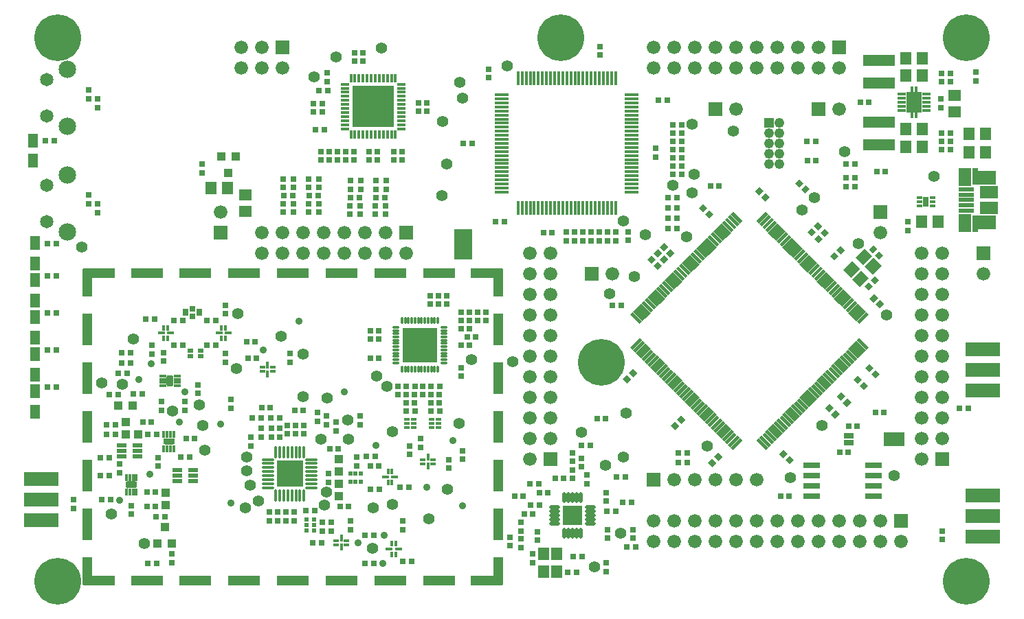
<source format=gts>
G04 (created by PCBNEW (2013-07-24 BZR 4024)-stable) date Thu Dec 12 22:01:32 2013*
%MOIN*%
G04 Gerber Fmt 3.4, Leading zero omitted, Abs format*
%FSLAX34Y34*%
G01*
G70*
G90*
G04 APERTURE LIST*
%ADD10C,0.00590551*%
%ADD11R,0.066X0.066*%
%ADD12C,0.066*%
%ADD13R,0.0769X0.0237*%
%ADD14R,0.0874X0.0621*%
%ADD15R,0.0631X0.0903*%
%ADD16R,0.031X0.0779*%
%ADD17R,0.1176X0.069*%
%ADD18C,0.0650551*%
%ADD19C,0.0611181*%
%ADD20C,0.0847402*%
%ADD21O,0.0166236X0.0410331*%
%ADD22O,0.0410331X0.0166236*%
%ADD23R,0.200661X0.200661*%
%ADD24O,0.0136457X0.038252*%
%ADD25O,0.038252X0.0136457*%
%ADD26R,0.17015X0.17015*%
%ADD27C,0.056*%
%ADD28R,0.042X0.042*%
%ADD29R,0.0532X0.0611*%
%ADD30R,0.0176X0.0651*%
%ADD31R,0.0651X0.0176*%
%ADD32R,0.081X0.031*%
%ADD33R,0.1517X0.0532*%
%ADD34R,0.0257X0.0217*%
%ADD35R,0.0257X0.0336*%
%ADD36R,0.0296X0.0257*%
%ADD37R,0.0277X0.0158*%
%ADD38R,0.028X0.03*%
%ADD39R,0.03X0.028*%
%ADD40R,0.0221X0.019*%
%ADD41R,0.019X0.0221*%
%ADD42R,0.048X0.048*%
%ADD43C,0.048*%
%ADD44R,0.0533X0.0647*%
%ADD45R,0.0647X0.0533*%
%ADD46R,0.045X0.024*%
%ADD47R,0.166X0.066*%
%ADD48R,0.0150551X0.0313937*%
%ADD49R,0.0380079X0.017811*%
%ADD50R,0.0313937X0.0150551*%
%ADD51R,0.017811X0.0380079*%
%ADD52R,0.0473701X0.0670551*%
%ADD53O,0.0166236X0.0587496*%
%ADD54R,0.13098X0.13098*%
%ADD55O,0.0587496X0.0166236*%
%ADD56O,0.0181984X0.0528441*%
%ADD57O,0.0528441X0.0181984*%
%ADD58R,0.0965307X0.0965307*%
%ADD59R,0.157575X0.0453701*%
%ADD60R,0.155606X0.0453701*%
%ADD61R,0.0453701X0.13789*%
%ADD62R,0.0453701X0.155606*%
%ADD63R,0.013874X0.0325748*%
%ADD64R,0.0571811X0.013874*%
%ADD65O,0.0532441X0.013874*%
%ADD66R,0.0532441X0.025685*%
%ADD67O,0.0493071X0.013874*%
%ADD68R,0.0119055X0.013874*%
%ADD69R,0.0325748X0.013874*%
%ADD70R,0.013874X0.0571811*%
%ADD71O,0.013874X0.0532441*%
%ADD72R,0.025685X0.0532441*%
%ADD73O,0.013874X0.0493071*%
%ADD74R,0.013874X0.0119055*%
%ADD75R,0.0394646X0.0170236*%
%ADD76R,0.0384803X0.0532441*%
%ADD77R,0.0170236X0.0611181*%
%ADD78C,0.0290315*%
%ADD79C,0.036*%
%ADD80C,0.226472*%
%ADD81C,0.029622*%
%ADD82R,0.0493071X0.029622*%
%ADD83R,0.100488X0.0650551*%
%ADD84R,0.0867087X0.149701*%
%ADD85R,0.029622X0.017811*%
%ADD86R,0.025685X0.0493071*%
G04 APERTURE END LIST*
G54D10*
G54D11*
X68122Y-61397D03*
G54D12*
X67122Y-61397D03*
X68122Y-60397D03*
X67122Y-60397D03*
X68122Y-59397D03*
X67122Y-59397D03*
X68122Y-58397D03*
X67122Y-58397D03*
X68122Y-57397D03*
X67122Y-57397D03*
X68122Y-56397D03*
X67122Y-56397D03*
X68122Y-55397D03*
X67122Y-55397D03*
X68122Y-54397D03*
X67122Y-54397D03*
X68122Y-53397D03*
X67122Y-53397D03*
X68122Y-52397D03*
X67122Y-52397D03*
X68122Y-51397D03*
X67122Y-51397D03*
G54D13*
X69262Y-49330D03*
X69262Y-49074D03*
X69262Y-48818D03*
X69262Y-48562D03*
X69262Y-48306D03*
G54D14*
X70387Y-49197D03*
X70387Y-48439D03*
G54D15*
X69203Y-49932D03*
X69203Y-47704D03*
G54D16*
X69716Y-49994D03*
X69716Y-47642D03*
G54D17*
X70149Y-49901D03*
X70149Y-47735D03*
G54D18*
X70374Y-49901D03*
X70374Y-47736D03*
G54D19*
X69204Y-49799D03*
X69204Y-47838D03*
G54D18*
X24685Y-48090D03*
X24685Y-49862D03*
G54D20*
X25665Y-50356D03*
X25665Y-47596D03*
G54D21*
X39427Y-45634D03*
X39624Y-45634D03*
X39821Y-45634D03*
X40017Y-45634D03*
X40214Y-45634D03*
X40411Y-45634D03*
X40608Y-45634D03*
X40805Y-45634D03*
X41002Y-45634D03*
X41198Y-45634D03*
X41395Y-45634D03*
X41592Y-45634D03*
G54D22*
X41868Y-45358D03*
X41868Y-45162D03*
X41868Y-44965D03*
X41868Y-44768D03*
X41868Y-44571D03*
X41868Y-44374D03*
X41868Y-44177D03*
X41868Y-43981D03*
X41868Y-43784D03*
X41868Y-43587D03*
X41868Y-43390D03*
X41868Y-43193D03*
G54D21*
X41592Y-42918D03*
X41395Y-42918D03*
X41198Y-42918D03*
X41002Y-42918D03*
X40805Y-42918D03*
X40608Y-42918D03*
X40411Y-42918D03*
X40214Y-42918D03*
X40017Y-42918D03*
X39821Y-42918D03*
X39624Y-42918D03*
X39427Y-42918D03*
G54D22*
X39151Y-43193D03*
X39151Y-43390D03*
X39151Y-43587D03*
X39151Y-43784D03*
X39151Y-43981D03*
X39151Y-44177D03*
X39151Y-44374D03*
X39151Y-44571D03*
X39151Y-44768D03*
X39151Y-44965D03*
X39151Y-45162D03*
X39151Y-45358D03*
G54D23*
X40510Y-44276D03*
G54D24*
X41908Y-57046D03*
X42066Y-57046D03*
X42223Y-57046D03*
X42381Y-57046D03*
X42538Y-57046D03*
X42696Y-57046D03*
X42853Y-57046D03*
X43011Y-57046D03*
X43168Y-57046D03*
X43326Y-57046D03*
X43483Y-57046D03*
X43641Y-57046D03*
G54D25*
X43956Y-56731D03*
X43956Y-56573D03*
X43956Y-56416D03*
X43956Y-56258D03*
X43956Y-56101D03*
X43956Y-55943D03*
X43956Y-55786D03*
X43956Y-55628D03*
X43956Y-55471D03*
X43956Y-55313D03*
X43956Y-55156D03*
X43956Y-54998D03*
G54D24*
X43641Y-54683D03*
X43483Y-54683D03*
X43326Y-54683D03*
X43168Y-54683D03*
X43011Y-54683D03*
X42853Y-54683D03*
X42696Y-54683D03*
X42538Y-54683D03*
X42381Y-54683D03*
X42223Y-54683D03*
X42066Y-54683D03*
X41908Y-54683D03*
G54D25*
X41593Y-54998D03*
X41593Y-55156D03*
X41593Y-55313D03*
X41593Y-55471D03*
X41593Y-55628D03*
X41593Y-55786D03*
X41593Y-55943D03*
X41593Y-56101D03*
X41593Y-56258D03*
X41593Y-56416D03*
X41593Y-56573D03*
X41593Y-56731D03*
G54D26*
X42775Y-55865D03*
G54D27*
X52500Y-65000D03*
G54D28*
X30750Y-65514D03*
X30050Y-65514D03*
X30400Y-64714D03*
X28144Y-58804D03*
X28844Y-58804D03*
X28494Y-59604D03*
G54D10*
G36*
X64120Y-53039D02*
X63744Y-52662D01*
X64176Y-52230D01*
X64552Y-52607D01*
X64120Y-53039D01*
X64120Y-53039D01*
G37*
G36*
X64287Y-51981D02*
X63911Y-51605D01*
X64343Y-51173D01*
X64719Y-51549D01*
X64287Y-51981D01*
X64287Y-51981D01*
G37*
G36*
X64732Y-52426D02*
X64356Y-52050D01*
X64788Y-51618D01*
X65165Y-51994D01*
X64732Y-52426D01*
X64732Y-52426D01*
G37*
G36*
X63675Y-52593D02*
X63298Y-52217D01*
X63730Y-51785D01*
X64107Y-52161D01*
X63675Y-52593D01*
X63675Y-52593D01*
G37*
G54D29*
X49399Y-66877D03*
X48769Y-66011D03*
X49399Y-66011D03*
X48769Y-66877D03*
G54D30*
X52262Y-42920D03*
X52065Y-42920D03*
X51869Y-42920D03*
X51672Y-42920D03*
X51475Y-42920D03*
X51278Y-42920D03*
X51081Y-42920D03*
X50884Y-42920D03*
X50687Y-42920D03*
X50491Y-42920D03*
X50294Y-42920D03*
X50097Y-42920D03*
X49900Y-42920D03*
X49703Y-42920D03*
X49506Y-42920D03*
X49309Y-42920D03*
X49113Y-42920D03*
X48916Y-42920D03*
X48719Y-42920D03*
X48522Y-42920D03*
X48325Y-42920D03*
X48128Y-42920D03*
X47931Y-42920D03*
X47735Y-42920D03*
X47538Y-42920D03*
G54D31*
X46750Y-43708D03*
X46750Y-43905D03*
X46750Y-44101D03*
X46750Y-44298D03*
X46750Y-44495D03*
X46750Y-44692D03*
X46750Y-44889D03*
X46750Y-45086D03*
X46750Y-45283D03*
X46750Y-45479D03*
X46750Y-45676D03*
X46750Y-45873D03*
X46750Y-46070D03*
X46750Y-46267D03*
X46750Y-46464D03*
X46750Y-46661D03*
X46750Y-46857D03*
X46750Y-47054D03*
X46750Y-47251D03*
X46750Y-47448D03*
X46750Y-47645D03*
X46750Y-47842D03*
X46750Y-48039D03*
X46750Y-48235D03*
X46750Y-48432D03*
G54D30*
X47538Y-49220D03*
X47735Y-49220D03*
X47931Y-49220D03*
X48128Y-49220D03*
X48325Y-49220D03*
X48522Y-49220D03*
X48719Y-49220D03*
X48916Y-49220D03*
X49113Y-49220D03*
X49309Y-49220D03*
X49506Y-49220D03*
X49703Y-49220D03*
X49900Y-49220D03*
X50097Y-49220D03*
X50294Y-49220D03*
X50491Y-49220D03*
X50687Y-49220D03*
X50884Y-49220D03*
X51081Y-49220D03*
X51278Y-49220D03*
X51475Y-49220D03*
X51672Y-49220D03*
X51869Y-49220D03*
X52065Y-49220D03*
X52262Y-49220D03*
G54D31*
X53050Y-48432D03*
X53050Y-48235D03*
X53050Y-48039D03*
X53050Y-47842D03*
X53050Y-47645D03*
X53050Y-47448D03*
X53050Y-47251D03*
X53050Y-47054D03*
X53050Y-46857D03*
X53050Y-46661D03*
X53050Y-46464D03*
X53050Y-46267D03*
X53050Y-46070D03*
X53050Y-45873D03*
X53050Y-45676D03*
X53050Y-45479D03*
X53050Y-45283D03*
X53050Y-45086D03*
X53050Y-44889D03*
X53050Y-44692D03*
X53050Y-44495D03*
X53050Y-44298D03*
X53050Y-44101D03*
X53050Y-43905D03*
X53050Y-43708D03*
G54D32*
X64790Y-63210D03*
X64790Y-62710D03*
X64790Y-62210D03*
X64790Y-61710D03*
X61790Y-61710D03*
X61790Y-62210D03*
X61790Y-62710D03*
X61790Y-63210D03*
G54D33*
X65044Y-42024D03*
X65044Y-43126D03*
X65044Y-45024D03*
X65044Y-46126D03*
G54D10*
G36*
X64425Y-54256D02*
X64549Y-54380D01*
X64089Y-54840D01*
X63965Y-54716D01*
X64425Y-54256D01*
X64425Y-54256D01*
G37*
G36*
X64286Y-54116D02*
X64410Y-54241D01*
X63950Y-54701D01*
X63825Y-54577D01*
X64286Y-54116D01*
X64286Y-54116D01*
G37*
G36*
X64146Y-53977D02*
X64271Y-54101D01*
X63810Y-54562D01*
X63686Y-54437D01*
X64146Y-53977D01*
X64146Y-53977D01*
G37*
G36*
X64007Y-53838D02*
X64131Y-53962D01*
X63671Y-54422D01*
X63547Y-54298D01*
X64007Y-53838D01*
X64007Y-53838D01*
G37*
G36*
X63868Y-53698D02*
X63992Y-53823D01*
X63532Y-54283D01*
X63407Y-54159D01*
X63868Y-53698D01*
X63868Y-53698D01*
G37*
G36*
X63729Y-53560D02*
X63854Y-53684D01*
X63393Y-54145D01*
X63269Y-54020D01*
X63729Y-53560D01*
X63729Y-53560D01*
G37*
G36*
X63590Y-53420D02*
X63714Y-53545D01*
X63254Y-54005D01*
X63129Y-53881D01*
X63590Y-53420D01*
X63590Y-53420D01*
G37*
G36*
X63450Y-53281D02*
X63575Y-53406D01*
X63115Y-53866D01*
X62990Y-53741D01*
X63450Y-53281D01*
X63450Y-53281D01*
G37*
G36*
X63311Y-53142D02*
X63436Y-53266D01*
X62975Y-53727D01*
X62851Y-53602D01*
X63311Y-53142D01*
X63311Y-53142D01*
G37*
G36*
X63172Y-53003D02*
X63296Y-53127D01*
X62836Y-53587D01*
X62712Y-53463D01*
X63172Y-53003D01*
X63172Y-53003D01*
G37*
G36*
X63033Y-52863D02*
X63157Y-52988D01*
X62697Y-53448D01*
X62572Y-53324D01*
X63033Y-52863D01*
X63033Y-52863D01*
G37*
G36*
X62894Y-52725D02*
X63018Y-52849D01*
X62558Y-53309D01*
X62434Y-53185D01*
X62894Y-52725D01*
X62894Y-52725D01*
G37*
G36*
X62755Y-52585D02*
X62879Y-52710D01*
X62419Y-53170D01*
X62294Y-53046D01*
X62755Y-52585D01*
X62755Y-52585D01*
G37*
G36*
X62615Y-52446D02*
X62740Y-52570D01*
X62280Y-53031D01*
X62155Y-52906D01*
X62615Y-52446D01*
X62615Y-52446D01*
G37*
G36*
X62476Y-52307D02*
X62601Y-52431D01*
X62140Y-52892D01*
X62016Y-52767D01*
X62476Y-52307D01*
X62476Y-52307D01*
G37*
G36*
X62337Y-52167D02*
X62461Y-52292D01*
X62001Y-52752D01*
X61876Y-52628D01*
X62337Y-52167D01*
X62337Y-52167D01*
G37*
G36*
X62197Y-52028D02*
X62322Y-52153D01*
X61862Y-52613D01*
X61737Y-52488D01*
X62197Y-52028D01*
X62197Y-52028D01*
G37*
G36*
X62058Y-51889D02*
X62183Y-52013D01*
X61722Y-52474D01*
X61598Y-52349D01*
X62058Y-51889D01*
X62058Y-51889D01*
G37*
G36*
X61920Y-51750D02*
X62044Y-51875D01*
X61584Y-52335D01*
X61459Y-52211D01*
X61920Y-51750D01*
X61920Y-51750D01*
G37*
G36*
X61780Y-51611D02*
X61905Y-51735D01*
X61444Y-52196D01*
X61320Y-52071D01*
X61780Y-51611D01*
X61780Y-51611D01*
G37*
G36*
X61641Y-51472D02*
X61765Y-51596D01*
X61305Y-52056D01*
X61181Y-51932D01*
X61641Y-51472D01*
X61641Y-51472D01*
G37*
G36*
X61502Y-51332D02*
X61626Y-51457D01*
X61166Y-51917D01*
X61041Y-51793D01*
X61502Y-51332D01*
X61502Y-51332D01*
G37*
G36*
X61362Y-51193D02*
X61487Y-51317D01*
X61027Y-51778D01*
X60902Y-51653D01*
X61362Y-51193D01*
X61362Y-51193D01*
G37*
G36*
X61223Y-51054D02*
X61348Y-51178D01*
X60887Y-51639D01*
X60763Y-51514D01*
X61223Y-51054D01*
X61223Y-51054D01*
G37*
G36*
X61084Y-50914D02*
X61208Y-51039D01*
X60748Y-51499D01*
X60623Y-51375D01*
X61084Y-50914D01*
X61084Y-50914D01*
G37*
G36*
X60945Y-50776D02*
X61070Y-50900D01*
X60609Y-51361D01*
X60485Y-51236D01*
X60945Y-50776D01*
X60945Y-50776D01*
G37*
G36*
X60806Y-50637D02*
X60930Y-50761D01*
X60470Y-51221D01*
X60346Y-51097D01*
X60806Y-50637D01*
X60806Y-50637D01*
G37*
G36*
X60667Y-50497D02*
X60791Y-50622D01*
X60331Y-51082D01*
X60206Y-50958D01*
X60667Y-50497D01*
X60667Y-50497D01*
G37*
G36*
X60527Y-50358D02*
X60652Y-50482D01*
X60191Y-50943D01*
X60067Y-50818D01*
X60527Y-50358D01*
X60527Y-50358D01*
G37*
G36*
X60388Y-50219D02*
X60512Y-50343D01*
X60052Y-50803D01*
X59928Y-50679D01*
X60388Y-50219D01*
X60388Y-50219D01*
G37*
G36*
X60249Y-50079D02*
X60373Y-50204D01*
X59913Y-50664D01*
X59788Y-50540D01*
X60249Y-50079D01*
X60249Y-50079D01*
G37*
G36*
X60110Y-49941D02*
X60235Y-50065D01*
X59774Y-50526D01*
X59650Y-50401D01*
X60110Y-49941D01*
X60110Y-49941D01*
G37*
G36*
X59971Y-49801D02*
X60095Y-49926D01*
X59635Y-50386D01*
X59510Y-50262D01*
X59971Y-49801D01*
X59971Y-49801D01*
G37*
G36*
X59832Y-49662D02*
X59956Y-49787D01*
X59496Y-50247D01*
X59371Y-50122D01*
X59832Y-49662D01*
X59832Y-49662D01*
G37*
G36*
X59692Y-49523D02*
X59817Y-49647D01*
X59356Y-50108D01*
X59232Y-49983D01*
X59692Y-49523D01*
X59692Y-49523D01*
G37*
G36*
X59553Y-49384D02*
X59677Y-49508D01*
X59217Y-49968D01*
X59093Y-49844D01*
X59553Y-49384D01*
X59553Y-49384D01*
G37*
G36*
X57840Y-49508D02*
X57964Y-49384D01*
X58424Y-49844D01*
X58300Y-49968D01*
X57840Y-49508D01*
X57840Y-49508D01*
G37*
G36*
X57700Y-49647D02*
X57825Y-49523D01*
X58285Y-49983D01*
X58161Y-50108D01*
X57700Y-49647D01*
X57700Y-49647D01*
G37*
G36*
X57561Y-49787D02*
X57685Y-49662D01*
X58146Y-50122D01*
X58021Y-50247D01*
X57561Y-49787D01*
X57561Y-49787D01*
G37*
G36*
X57422Y-49926D02*
X57546Y-49801D01*
X58006Y-50262D01*
X57882Y-50386D01*
X57422Y-49926D01*
X57422Y-49926D01*
G37*
G36*
X57282Y-50065D02*
X57407Y-49941D01*
X57867Y-50401D01*
X57743Y-50526D01*
X57282Y-50065D01*
X57282Y-50065D01*
G37*
G36*
X57144Y-50204D02*
X57268Y-50079D01*
X57729Y-50540D01*
X57604Y-50664D01*
X57144Y-50204D01*
X57144Y-50204D01*
G37*
G36*
X57004Y-50343D02*
X57129Y-50219D01*
X57589Y-50679D01*
X57465Y-50803D01*
X57004Y-50343D01*
X57004Y-50343D01*
G37*
G36*
X56865Y-50482D02*
X56990Y-50358D01*
X57450Y-50818D01*
X57326Y-50943D01*
X56865Y-50482D01*
X56865Y-50482D01*
G37*
G36*
X56726Y-50622D02*
X56850Y-50497D01*
X57311Y-50958D01*
X57186Y-51082D01*
X56726Y-50622D01*
X56726Y-50622D01*
G37*
G36*
X56587Y-50761D02*
X56711Y-50637D01*
X57171Y-51097D01*
X57047Y-51221D01*
X56587Y-50761D01*
X56587Y-50761D01*
G37*
G36*
X56447Y-50900D02*
X56572Y-50776D01*
X57032Y-51236D01*
X56908Y-51361D01*
X56447Y-50900D01*
X56447Y-50900D01*
G37*
G36*
X56309Y-51039D02*
X56433Y-50914D01*
X56893Y-51375D01*
X56769Y-51499D01*
X56309Y-51039D01*
X56309Y-51039D01*
G37*
G36*
X56169Y-51178D02*
X56294Y-51054D01*
X56754Y-51514D01*
X56630Y-51639D01*
X56169Y-51178D01*
X56169Y-51178D01*
G37*
G36*
X56030Y-51317D02*
X56155Y-51193D01*
X56615Y-51653D01*
X56490Y-51778D01*
X56030Y-51317D01*
X56030Y-51317D01*
G37*
G36*
X55891Y-51457D02*
X56015Y-51332D01*
X56476Y-51793D01*
X56351Y-51917D01*
X55891Y-51457D01*
X55891Y-51457D01*
G37*
G36*
X55752Y-51596D02*
X55876Y-51472D01*
X56336Y-51932D01*
X56212Y-52056D01*
X55752Y-51596D01*
X55752Y-51596D01*
G37*
G36*
X55612Y-51735D02*
X55737Y-51611D01*
X56197Y-52071D01*
X56073Y-52196D01*
X55612Y-51735D01*
X55612Y-51735D01*
G37*
G36*
X55473Y-51875D02*
X55597Y-51750D01*
X56058Y-52211D01*
X55933Y-52335D01*
X55473Y-51875D01*
X55473Y-51875D01*
G37*
G36*
X55334Y-52013D02*
X55459Y-51889D01*
X55919Y-52349D01*
X55795Y-52474D01*
X55334Y-52013D01*
X55334Y-52013D01*
G37*
G36*
X55195Y-52153D02*
X55319Y-52028D01*
X55780Y-52488D01*
X55655Y-52613D01*
X55195Y-52153D01*
X55195Y-52153D01*
G37*
G36*
X55056Y-52292D02*
X55180Y-52167D01*
X55640Y-52628D01*
X55516Y-52752D01*
X55056Y-52292D01*
X55056Y-52292D01*
G37*
G36*
X54916Y-52431D02*
X55041Y-52307D01*
X55501Y-52767D01*
X55377Y-52892D01*
X54916Y-52431D01*
X54916Y-52431D01*
G37*
G36*
X54777Y-52570D02*
X54902Y-52446D01*
X55362Y-52906D01*
X55237Y-53031D01*
X54777Y-52570D01*
X54777Y-52570D01*
G37*
G36*
X54638Y-52710D02*
X54762Y-52585D01*
X55223Y-53046D01*
X55098Y-53170D01*
X54638Y-52710D01*
X54638Y-52710D01*
G37*
G36*
X54499Y-52849D02*
X54623Y-52725D01*
X55083Y-53185D01*
X54959Y-53309D01*
X54499Y-52849D01*
X54499Y-52849D01*
G37*
G36*
X54360Y-52988D02*
X54484Y-52863D01*
X54945Y-53324D01*
X54820Y-53448D01*
X54360Y-52988D01*
X54360Y-52988D01*
G37*
G36*
X54221Y-53127D02*
X54345Y-53003D01*
X54805Y-53463D01*
X54681Y-53587D01*
X54221Y-53127D01*
X54221Y-53127D01*
G37*
G36*
X54081Y-53266D02*
X54206Y-53142D01*
X54666Y-53602D01*
X54542Y-53727D01*
X54081Y-53266D01*
X54081Y-53266D01*
G37*
G36*
X53942Y-53406D02*
X54066Y-53281D01*
X54527Y-53741D01*
X54402Y-53866D01*
X53942Y-53406D01*
X53942Y-53406D01*
G37*
G36*
X53803Y-53545D02*
X53927Y-53420D01*
X54387Y-53881D01*
X54263Y-54005D01*
X53803Y-53545D01*
X53803Y-53545D01*
G37*
G36*
X53663Y-53684D02*
X53788Y-53560D01*
X54248Y-54020D01*
X54124Y-54145D01*
X53663Y-53684D01*
X53663Y-53684D01*
G37*
G36*
X53525Y-53823D02*
X53649Y-53698D01*
X54110Y-54159D01*
X53985Y-54283D01*
X53525Y-53823D01*
X53525Y-53823D01*
G37*
G36*
X53386Y-53962D02*
X53510Y-53838D01*
X53970Y-54298D01*
X53846Y-54422D01*
X53386Y-53962D01*
X53386Y-53962D01*
G37*
G36*
X53246Y-54101D02*
X53371Y-53977D01*
X53831Y-54437D01*
X53707Y-54562D01*
X53246Y-54101D01*
X53246Y-54101D01*
G37*
G36*
X53107Y-54241D02*
X53231Y-54116D01*
X53692Y-54577D01*
X53567Y-54701D01*
X53107Y-54241D01*
X53107Y-54241D01*
G37*
G36*
X52968Y-54380D02*
X53092Y-54256D01*
X53552Y-54716D01*
X53428Y-54840D01*
X52968Y-54380D01*
X52968Y-54380D01*
G37*
G36*
X53428Y-55509D02*
X53552Y-55633D01*
X53092Y-56093D01*
X52968Y-55969D01*
X53428Y-55509D01*
X53428Y-55509D01*
G37*
G36*
X53567Y-55648D02*
X53692Y-55772D01*
X53231Y-56233D01*
X53107Y-56108D01*
X53567Y-55648D01*
X53567Y-55648D01*
G37*
G36*
X53707Y-55787D02*
X53831Y-55912D01*
X53371Y-56372D01*
X53246Y-56247D01*
X53707Y-55787D01*
X53707Y-55787D01*
G37*
G36*
X53846Y-55926D02*
X53970Y-56051D01*
X53510Y-56511D01*
X53386Y-56387D01*
X53846Y-55926D01*
X53846Y-55926D01*
G37*
G36*
X53985Y-56066D02*
X54110Y-56190D01*
X53649Y-56650D01*
X53525Y-56526D01*
X53985Y-56066D01*
X53985Y-56066D01*
G37*
G36*
X54124Y-56204D02*
X54248Y-56329D01*
X53788Y-56789D01*
X53663Y-56665D01*
X54124Y-56204D01*
X54124Y-56204D01*
G37*
G36*
X54263Y-56344D02*
X54387Y-56468D01*
X53927Y-56928D01*
X53803Y-56804D01*
X54263Y-56344D01*
X54263Y-56344D01*
G37*
G36*
X54402Y-56483D02*
X54527Y-56607D01*
X54066Y-57068D01*
X53942Y-56943D01*
X54402Y-56483D01*
X54402Y-56483D01*
G37*
G36*
X54542Y-56622D02*
X54666Y-56747D01*
X54206Y-57207D01*
X54081Y-57083D01*
X54542Y-56622D01*
X54542Y-56622D01*
G37*
G36*
X54681Y-56762D02*
X54805Y-56886D01*
X54345Y-57346D01*
X54221Y-57222D01*
X54681Y-56762D01*
X54681Y-56762D01*
G37*
G36*
X54820Y-56901D02*
X54945Y-57025D01*
X54484Y-57486D01*
X54360Y-57361D01*
X54820Y-56901D01*
X54820Y-56901D01*
G37*
G36*
X54959Y-57039D02*
X55083Y-57164D01*
X54623Y-57624D01*
X54499Y-57500D01*
X54959Y-57039D01*
X54959Y-57039D01*
G37*
G36*
X55098Y-57179D02*
X55223Y-57303D01*
X54762Y-57763D01*
X54638Y-57639D01*
X55098Y-57179D01*
X55098Y-57179D01*
G37*
G36*
X55237Y-57318D02*
X55362Y-57442D01*
X54902Y-57903D01*
X54777Y-57778D01*
X55237Y-57318D01*
X55237Y-57318D01*
G37*
G36*
X55377Y-57457D02*
X55501Y-57582D01*
X55041Y-58042D01*
X54916Y-57918D01*
X55377Y-57457D01*
X55377Y-57457D01*
G37*
G36*
X55516Y-57597D02*
X55640Y-57721D01*
X55180Y-58181D01*
X55056Y-58057D01*
X55516Y-57597D01*
X55516Y-57597D01*
G37*
G36*
X55655Y-57736D02*
X55780Y-57860D01*
X55319Y-58321D01*
X55195Y-58196D01*
X55655Y-57736D01*
X55655Y-57736D01*
G37*
G36*
X55795Y-57875D02*
X55919Y-58000D01*
X55459Y-58460D01*
X55334Y-58336D01*
X55795Y-57875D01*
X55795Y-57875D01*
G37*
G36*
X55933Y-58014D02*
X56058Y-58138D01*
X55597Y-58599D01*
X55473Y-58474D01*
X55933Y-58014D01*
X55933Y-58014D01*
G37*
G36*
X56073Y-58153D02*
X56197Y-58278D01*
X55737Y-58738D01*
X55612Y-58613D01*
X56073Y-58153D01*
X56073Y-58153D01*
G37*
G36*
X56212Y-58292D02*
X56336Y-58417D01*
X55876Y-58877D01*
X55752Y-58753D01*
X56212Y-58292D01*
X56212Y-58292D01*
G37*
G36*
X56351Y-58432D02*
X56476Y-58556D01*
X56015Y-59016D01*
X55891Y-58892D01*
X56351Y-58432D01*
X56351Y-58432D01*
G37*
G36*
X56490Y-58571D02*
X56615Y-58695D01*
X56155Y-59156D01*
X56030Y-59031D01*
X56490Y-58571D01*
X56490Y-58571D01*
G37*
G36*
X56630Y-58710D02*
X56754Y-58835D01*
X56294Y-59295D01*
X56169Y-59171D01*
X56630Y-58710D01*
X56630Y-58710D01*
G37*
G36*
X56769Y-58850D02*
X56893Y-58974D01*
X56433Y-59434D01*
X56309Y-59310D01*
X56769Y-58850D01*
X56769Y-58850D01*
G37*
G36*
X56908Y-58988D02*
X57032Y-59113D01*
X56572Y-59573D01*
X56447Y-59449D01*
X56908Y-58988D01*
X56908Y-58988D01*
G37*
G36*
X57047Y-59127D02*
X57171Y-59252D01*
X56711Y-59712D01*
X56587Y-59588D01*
X57047Y-59127D01*
X57047Y-59127D01*
G37*
G36*
X57186Y-59267D02*
X57311Y-59391D01*
X56850Y-59852D01*
X56726Y-59727D01*
X57186Y-59267D01*
X57186Y-59267D01*
G37*
G36*
X57326Y-59406D02*
X57450Y-59531D01*
X56990Y-59991D01*
X56865Y-59866D01*
X57326Y-59406D01*
X57326Y-59406D01*
G37*
G36*
X57465Y-59545D02*
X57589Y-59670D01*
X57129Y-60130D01*
X57004Y-60006D01*
X57465Y-59545D01*
X57465Y-59545D01*
G37*
G36*
X57604Y-59685D02*
X57729Y-59809D01*
X57268Y-60269D01*
X57144Y-60145D01*
X57604Y-59685D01*
X57604Y-59685D01*
G37*
G36*
X57743Y-59823D02*
X57867Y-59948D01*
X57407Y-60408D01*
X57282Y-60284D01*
X57743Y-59823D01*
X57743Y-59823D01*
G37*
G36*
X57882Y-59963D02*
X58006Y-60087D01*
X57546Y-60547D01*
X57422Y-60423D01*
X57882Y-59963D01*
X57882Y-59963D01*
G37*
G36*
X58021Y-60102D02*
X58146Y-60226D01*
X57685Y-60687D01*
X57561Y-60562D01*
X58021Y-60102D01*
X58021Y-60102D01*
G37*
G36*
X58161Y-60241D02*
X58285Y-60366D01*
X57825Y-60826D01*
X57700Y-60702D01*
X58161Y-60241D01*
X58161Y-60241D01*
G37*
G36*
X58300Y-60380D02*
X58424Y-60505D01*
X57964Y-60965D01*
X57840Y-60841D01*
X58300Y-60380D01*
X58300Y-60380D01*
G37*
G36*
X59093Y-60505D02*
X59217Y-60380D01*
X59677Y-60841D01*
X59553Y-60965D01*
X59093Y-60505D01*
X59093Y-60505D01*
G37*
G36*
X59232Y-60366D02*
X59356Y-60241D01*
X59817Y-60702D01*
X59692Y-60826D01*
X59232Y-60366D01*
X59232Y-60366D01*
G37*
G36*
X59371Y-60226D02*
X59496Y-60102D01*
X59956Y-60562D01*
X59832Y-60687D01*
X59371Y-60226D01*
X59371Y-60226D01*
G37*
G36*
X59510Y-60087D02*
X59635Y-59963D01*
X60095Y-60423D01*
X59971Y-60547D01*
X59510Y-60087D01*
X59510Y-60087D01*
G37*
G36*
X59650Y-59948D02*
X59774Y-59823D01*
X60235Y-60284D01*
X60110Y-60408D01*
X59650Y-59948D01*
X59650Y-59948D01*
G37*
G36*
X59788Y-59809D02*
X59913Y-59685D01*
X60373Y-60145D01*
X60249Y-60269D01*
X59788Y-59809D01*
X59788Y-59809D01*
G37*
G36*
X59928Y-59670D02*
X60052Y-59545D01*
X60512Y-60006D01*
X60388Y-60130D01*
X59928Y-59670D01*
X59928Y-59670D01*
G37*
G36*
X60067Y-59531D02*
X60191Y-59406D01*
X60652Y-59866D01*
X60527Y-59991D01*
X60067Y-59531D01*
X60067Y-59531D01*
G37*
G36*
X60206Y-59391D02*
X60331Y-59267D01*
X60791Y-59727D01*
X60667Y-59852D01*
X60206Y-59391D01*
X60206Y-59391D01*
G37*
G36*
X60346Y-59252D02*
X60470Y-59127D01*
X60930Y-59588D01*
X60806Y-59712D01*
X60346Y-59252D01*
X60346Y-59252D01*
G37*
G36*
X60485Y-59113D02*
X60609Y-58988D01*
X61070Y-59449D01*
X60945Y-59573D01*
X60485Y-59113D01*
X60485Y-59113D01*
G37*
G36*
X60623Y-58974D02*
X60748Y-58850D01*
X61208Y-59310D01*
X61084Y-59434D01*
X60623Y-58974D01*
X60623Y-58974D01*
G37*
G36*
X60763Y-58835D02*
X60887Y-58710D01*
X61348Y-59171D01*
X61223Y-59295D01*
X60763Y-58835D01*
X60763Y-58835D01*
G37*
G36*
X60902Y-58695D02*
X61027Y-58571D01*
X61487Y-59031D01*
X61362Y-59156D01*
X60902Y-58695D01*
X60902Y-58695D01*
G37*
G36*
X61041Y-58556D02*
X61166Y-58432D01*
X61626Y-58892D01*
X61502Y-59016D01*
X61041Y-58556D01*
X61041Y-58556D01*
G37*
G36*
X61181Y-58417D02*
X61305Y-58292D01*
X61765Y-58753D01*
X61641Y-58877D01*
X61181Y-58417D01*
X61181Y-58417D01*
G37*
G36*
X61320Y-58278D02*
X61444Y-58153D01*
X61905Y-58613D01*
X61780Y-58738D01*
X61320Y-58278D01*
X61320Y-58278D01*
G37*
G36*
X61459Y-58138D02*
X61584Y-58014D01*
X62044Y-58474D01*
X61920Y-58599D01*
X61459Y-58138D01*
X61459Y-58138D01*
G37*
G36*
X61598Y-58000D02*
X61722Y-57875D01*
X62183Y-58336D01*
X62058Y-58460D01*
X61598Y-58000D01*
X61598Y-58000D01*
G37*
G36*
X61737Y-57860D02*
X61862Y-57736D01*
X62322Y-58196D01*
X62197Y-58321D01*
X61737Y-57860D01*
X61737Y-57860D01*
G37*
G36*
X61876Y-57721D02*
X62001Y-57597D01*
X62461Y-58057D01*
X62337Y-58181D01*
X61876Y-57721D01*
X61876Y-57721D01*
G37*
G36*
X62016Y-57582D02*
X62140Y-57457D01*
X62601Y-57918D01*
X62476Y-58042D01*
X62016Y-57582D01*
X62016Y-57582D01*
G37*
G36*
X62155Y-57442D02*
X62280Y-57318D01*
X62740Y-57778D01*
X62615Y-57903D01*
X62155Y-57442D01*
X62155Y-57442D01*
G37*
G36*
X62294Y-57303D02*
X62419Y-57179D01*
X62879Y-57639D01*
X62755Y-57763D01*
X62294Y-57303D01*
X62294Y-57303D01*
G37*
G36*
X62434Y-57164D02*
X62558Y-57039D01*
X63018Y-57500D01*
X62894Y-57624D01*
X62434Y-57164D01*
X62434Y-57164D01*
G37*
G36*
X62572Y-57025D02*
X62697Y-56901D01*
X63157Y-57361D01*
X63033Y-57486D01*
X62572Y-57025D01*
X62572Y-57025D01*
G37*
G36*
X62712Y-56886D02*
X62836Y-56762D01*
X63296Y-57222D01*
X63172Y-57346D01*
X62712Y-56886D01*
X62712Y-56886D01*
G37*
G36*
X62851Y-56747D02*
X62975Y-56622D01*
X63436Y-57083D01*
X63311Y-57207D01*
X62851Y-56747D01*
X62851Y-56747D01*
G37*
G36*
X62990Y-56607D02*
X63115Y-56483D01*
X63575Y-56943D01*
X63450Y-57068D01*
X62990Y-56607D01*
X62990Y-56607D01*
G37*
G36*
X63129Y-56468D02*
X63254Y-56344D01*
X63714Y-56804D01*
X63590Y-56928D01*
X63129Y-56468D01*
X63129Y-56468D01*
G37*
G36*
X63269Y-56329D02*
X63393Y-56204D01*
X63854Y-56665D01*
X63729Y-56789D01*
X63269Y-56329D01*
X63269Y-56329D01*
G37*
G36*
X63407Y-56190D02*
X63532Y-56066D01*
X63992Y-56526D01*
X63868Y-56650D01*
X63407Y-56190D01*
X63407Y-56190D01*
G37*
G36*
X63547Y-56051D02*
X63671Y-55926D01*
X64131Y-56387D01*
X64007Y-56511D01*
X63547Y-56051D01*
X63547Y-56051D01*
G37*
G36*
X63686Y-55912D02*
X63810Y-55787D01*
X64271Y-56247D01*
X64146Y-56372D01*
X63686Y-55912D01*
X63686Y-55912D01*
G37*
G36*
X63825Y-55772D02*
X63950Y-55648D01*
X64410Y-56108D01*
X64286Y-56233D01*
X63825Y-55772D01*
X63825Y-55772D01*
G37*
G36*
X63965Y-55633D02*
X64089Y-55509D01*
X64549Y-55969D01*
X64425Y-56093D01*
X63965Y-55633D01*
X63965Y-55633D01*
G37*
G54D34*
X31655Y-56419D03*
X32147Y-56419D03*
X32147Y-56143D03*
X31655Y-56143D03*
G54D35*
X32086Y-54281D03*
X31416Y-54281D03*
G54D36*
X31751Y-54458D03*
X31751Y-54104D03*
G54D11*
X54122Y-62397D03*
G54D12*
X55122Y-62397D03*
X56122Y-62397D03*
X57122Y-62397D03*
X58122Y-62397D03*
X59122Y-62397D03*
G54D37*
X42492Y-59862D03*
X42492Y-59665D03*
X42492Y-59468D03*
X42158Y-59468D03*
X42158Y-59665D03*
X42158Y-59862D03*
X43692Y-59862D03*
X43692Y-59665D03*
X43692Y-59468D03*
X43358Y-59468D03*
X43358Y-59665D03*
X43358Y-59862D03*
G54D28*
X38854Y-61411D03*
X38854Y-62011D03*
X29094Y-60204D03*
X28494Y-60204D03*
X38854Y-63211D03*
X38854Y-62611D03*
X30444Y-63054D03*
X30444Y-63654D03*
G54D38*
X55232Y-49697D03*
X54812Y-49697D03*
X68084Y-45575D03*
X68504Y-45575D03*
X68084Y-45975D03*
X68504Y-45975D03*
X64862Y-59147D03*
X65282Y-59147D03*
G54D39*
X26722Y-43907D03*
X26722Y-43487D03*
G54D38*
X63442Y-47077D03*
X63862Y-47077D03*
G54D39*
X69744Y-42615D03*
X69744Y-43035D03*
G54D38*
X64554Y-44075D03*
X64134Y-44075D03*
G54D39*
X38254Y-59301D03*
X38254Y-59721D03*
G54D38*
X68084Y-43075D03*
X68504Y-43075D03*
G54D39*
X37880Y-48216D03*
X37880Y-47796D03*
G54D38*
X40360Y-61730D03*
X40780Y-61730D03*
G54D39*
X38704Y-59601D03*
X38704Y-60021D03*
X39414Y-64411D03*
X39414Y-64831D03*
G54D38*
X40120Y-66460D03*
X40540Y-66460D03*
G54D39*
X35064Y-60321D03*
X35064Y-59901D03*
G54D38*
X35104Y-58911D03*
X35524Y-58911D03*
G54D39*
X35964Y-59901D03*
X35964Y-60321D03*
X37154Y-60181D03*
X37154Y-59761D03*
G54D10*
G36*
X54415Y-51703D02*
X54627Y-51491D01*
X54825Y-51689D01*
X54613Y-51901D01*
X54415Y-51703D01*
X54415Y-51703D01*
G37*
G36*
X54118Y-51406D02*
X54330Y-51194D01*
X54528Y-51392D01*
X54316Y-51604D01*
X54118Y-51406D01*
X54118Y-51406D01*
G37*
G36*
X54715Y-51403D02*
X54927Y-51191D01*
X55125Y-51389D01*
X54913Y-51601D01*
X54715Y-51403D01*
X54715Y-51403D01*
G37*
G36*
X54418Y-51106D02*
X54630Y-50894D01*
X54828Y-51092D01*
X54616Y-51304D01*
X54418Y-51106D01*
X54418Y-51106D01*
G37*
G54D39*
X36150Y-48216D03*
X36150Y-47796D03*
X36650Y-48216D03*
X36650Y-47796D03*
X37380Y-48216D03*
X37380Y-47796D03*
G54D38*
X57282Y-48147D03*
X56862Y-48147D03*
X65352Y-47437D03*
X64932Y-47437D03*
X28884Y-58254D03*
X29304Y-58254D03*
G54D39*
X37880Y-49416D03*
X37880Y-48996D03*
X37380Y-49416D03*
X37380Y-48996D03*
X36650Y-49416D03*
X36650Y-48996D03*
X36150Y-49416D03*
X36150Y-48996D03*
X39375Y-49511D03*
X39375Y-49091D03*
X39875Y-49511D03*
X39875Y-49091D03*
X40605Y-49511D03*
X40605Y-49091D03*
X41105Y-49511D03*
X41105Y-49091D03*
G54D38*
X29590Y-66464D03*
X30010Y-66464D03*
X45585Y-54665D03*
X45165Y-54665D03*
X45585Y-54265D03*
X45165Y-54265D03*
X53032Y-63507D03*
X52612Y-63507D03*
X52742Y-62277D03*
X52322Y-62277D03*
X32861Y-54681D03*
X32441Y-54681D03*
G54D39*
X30351Y-56221D03*
X30351Y-56641D03*
G54D38*
X34780Y-55720D03*
X34360Y-55720D03*
X40120Y-65110D03*
X40540Y-65110D03*
X37994Y-65461D03*
X37574Y-65461D03*
G54D39*
X39870Y-59310D03*
X39870Y-59730D03*
X36488Y-56698D03*
X36488Y-56278D03*
G54D38*
X38474Y-64461D03*
X38054Y-64461D03*
X30841Y-54681D03*
X31261Y-54681D03*
X31261Y-55881D03*
X30841Y-55881D03*
X38474Y-64911D03*
X38054Y-64911D03*
X29481Y-54611D03*
X29901Y-54611D03*
G54D39*
X33351Y-53921D03*
X33351Y-54341D03*
X29761Y-55871D03*
X29761Y-56291D03*
X51884Y-64834D03*
X51884Y-65254D03*
G54D38*
X50224Y-66144D03*
X50644Y-66144D03*
G54D39*
X49872Y-50387D03*
X49872Y-50807D03*
X50272Y-50387D03*
X50272Y-50807D03*
G54D38*
X34848Y-56488D03*
X34428Y-56488D03*
G54D39*
X35464Y-64401D03*
X35464Y-63981D03*
X36664Y-64401D03*
X36664Y-63981D03*
X36264Y-64401D03*
X36264Y-63981D03*
X36354Y-59761D03*
X36354Y-60181D03*
X36754Y-59761D03*
X36754Y-60181D03*
G54D38*
X41949Y-66368D03*
X42369Y-66368D03*
G54D39*
X44850Y-61410D03*
X44850Y-60990D03*
X33622Y-58517D03*
X33622Y-58937D03*
X50672Y-50387D03*
X50672Y-50807D03*
X33351Y-56271D03*
X33351Y-56691D03*
X34564Y-60771D03*
X34564Y-60351D03*
G54D38*
X34654Y-59411D03*
X35074Y-59411D03*
G54D39*
X35564Y-59901D03*
X35564Y-60321D03*
G54D38*
X35974Y-59411D03*
X35554Y-59411D03*
G54D39*
X41929Y-64418D03*
X41929Y-64838D03*
G54D38*
X32861Y-55881D03*
X32441Y-55881D03*
X54812Y-48697D03*
X55232Y-48697D03*
X25032Y-45947D03*
X24612Y-45947D03*
X25132Y-57897D03*
X24712Y-57897D03*
X25132Y-56097D03*
X24712Y-56097D03*
X25132Y-54297D03*
X24712Y-54297D03*
G54D10*
G36*
X62407Y-50606D02*
X62195Y-50394D01*
X62393Y-50196D01*
X62605Y-50409D01*
X62407Y-50606D01*
X62407Y-50606D01*
G37*
G36*
X62110Y-50903D02*
X61898Y-50691D01*
X62096Y-50493D01*
X62308Y-50705D01*
X62110Y-50903D01*
X62110Y-50903D01*
G37*
G54D38*
X54812Y-49197D03*
X55232Y-49197D03*
X25132Y-50947D03*
X24712Y-50947D03*
X61542Y-45987D03*
X61962Y-45987D03*
G54D10*
G36*
X61389Y-47990D02*
X61177Y-48202D01*
X60979Y-48004D01*
X61191Y-47792D01*
X61389Y-47990D01*
X61389Y-47990D01*
G37*
G36*
X61686Y-48287D02*
X61474Y-48499D01*
X61276Y-48301D01*
X61488Y-48089D01*
X61686Y-48287D01*
X61686Y-48287D01*
G37*
G54D38*
X61982Y-46917D03*
X61562Y-46917D03*
X55312Y-61567D03*
X55732Y-61567D03*
X55040Y-47170D03*
X55460Y-47170D03*
G54D39*
X51090Y-50380D03*
X51090Y-50800D03*
G54D38*
X55312Y-61097D03*
X55732Y-61097D03*
G54D39*
X51490Y-50380D03*
X51490Y-50800D03*
X51890Y-50380D03*
X51890Y-50800D03*
X52290Y-50380D03*
X52290Y-50800D03*
X52892Y-50367D03*
X52892Y-50787D03*
G54D38*
X55040Y-47570D03*
X55460Y-47570D03*
X68084Y-42675D03*
X68504Y-42675D03*
X55040Y-46770D03*
X55460Y-46770D03*
X55040Y-46370D03*
X55460Y-46370D03*
X55040Y-45970D03*
X55460Y-45970D03*
X55040Y-45570D03*
X55460Y-45570D03*
X55040Y-45170D03*
X55460Y-45170D03*
X47832Y-64057D03*
X48252Y-64057D03*
X41065Y-48701D03*
X40645Y-48701D03*
G54D39*
X43325Y-58675D03*
X43325Y-58255D03*
X44075Y-53455D03*
X44075Y-53875D03*
X41130Y-47886D03*
X41130Y-48306D03*
X40630Y-47886D03*
X40630Y-48306D03*
X39900Y-47886D03*
X39900Y-48306D03*
X39400Y-47886D03*
X39400Y-48306D03*
X43725Y-58675D03*
X43725Y-58255D03*
X44775Y-54675D03*
X44775Y-54255D03*
X48484Y-65354D03*
X48484Y-64934D03*
X45975Y-54675D03*
X45975Y-54255D03*
G54D38*
X48142Y-63627D03*
X48562Y-63627D03*
X47372Y-63207D03*
X47792Y-63207D03*
G54D39*
X50884Y-62184D03*
X50884Y-62604D03*
X51822Y-63027D03*
X51822Y-63447D03*
X42525Y-58675D03*
X42525Y-58255D03*
G54D38*
X49332Y-62327D03*
X49752Y-62327D03*
X43120Y-44511D03*
X42700Y-44511D03*
X43120Y-44111D03*
X42700Y-44111D03*
X68084Y-46375D03*
X68504Y-46375D03*
G54D10*
G36*
X59444Y-48379D02*
X59232Y-48591D01*
X59034Y-48393D01*
X59246Y-48181D01*
X59444Y-48379D01*
X59444Y-48379D01*
G37*
G36*
X59741Y-48676D02*
X59529Y-48888D01*
X59331Y-48690D01*
X59543Y-48478D01*
X59741Y-48676D01*
X59741Y-48676D01*
G37*
G36*
X56722Y-49192D02*
X56510Y-49404D01*
X56312Y-49206D01*
X56524Y-48994D01*
X56722Y-49192D01*
X56722Y-49192D01*
G37*
G36*
X57019Y-49489D02*
X56807Y-49701D01*
X56609Y-49503D01*
X56821Y-49291D01*
X57019Y-49489D01*
X57019Y-49489D01*
G37*
G36*
X54212Y-51703D02*
X54000Y-51915D01*
X53802Y-51717D01*
X54014Y-51505D01*
X54212Y-51703D01*
X54212Y-51703D01*
G37*
G36*
X54509Y-52000D02*
X54297Y-52212D01*
X54099Y-52014D01*
X54311Y-51802D01*
X54509Y-52000D01*
X54509Y-52000D01*
G37*
G54D38*
X52112Y-53937D03*
X52532Y-53937D03*
G54D10*
G36*
X52796Y-57311D02*
X53008Y-57523D01*
X52810Y-57721D01*
X52598Y-57509D01*
X52796Y-57311D01*
X52796Y-57311D01*
G37*
G36*
X53093Y-57014D02*
X53305Y-57226D01*
X53107Y-57424D01*
X52895Y-57212D01*
X53093Y-57014D01*
X53093Y-57014D01*
G37*
G36*
X55131Y-59580D02*
X55343Y-59792D01*
X55145Y-59990D01*
X54933Y-59778D01*
X55131Y-59580D01*
X55131Y-59580D01*
G37*
G36*
X55428Y-59283D02*
X55640Y-59495D01*
X55442Y-59693D01*
X55230Y-59481D01*
X55428Y-59283D01*
X55428Y-59283D01*
G37*
G36*
X56934Y-61383D02*
X57146Y-61595D01*
X56948Y-61793D01*
X56736Y-61581D01*
X56934Y-61383D01*
X56934Y-61383D01*
G37*
G36*
X57231Y-61086D02*
X57443Y-61298D01*
X57245Y-61496D01*
X57033Y-61284D01*
X57231Y-61086D01*
X57231Y-61086D01*
G37*
G36*
X60498Y-61454D02*
X60710Y-61241D01*
X60908Y-61439D01*
X60696Y-61652D01*
X60498Y-61454D01*
X60498Y-61454D01*
G37*
G36*
X60201Y-61157D02*
X60413Y-60944D01*
X60611Y-61142D01*
X60399Y-61355D01*
X60201Y-61157D01*
X60201Y-61157D01*
G37*
G36*
X62725Y-59226D02*
X62937Y-59014D01*
X63135Y-59212D01*
X62923Y-59424D01*
X62725Y-59226D01*
X62725Y-59226D01*
G37*
G36*
X62428Y-58929D02*
X62640Y-58717D01*
X62838Y-58915D01*
X62626Y-59127D01*
X62428Y-58929D01*
X62428Y-58929D01*
G37*
G36*
X63291Y-58660D02*
X63503Y-58448D01*
X63701Y-58646D01*
X63489Y-58858D01*
X63291Y-58660D01*
X63291Y-58660D01*
G37*
G36*
X62994Y-58363D02*
X63206Y-58151D01*
X63404Y-58349D01*
X63192Y-58561D01*
X62994Y-58363D01*
X62994Y-58363D01*
G37*
G36*
X64104Y-57847D02*
X64316Y-57635D01*
X64514Y-57833D01*
X64302Y-58045D01*
X64104Y-57847D01*
X64104Y-57847D01*
G37*
G36*
X63807Y-57550D02*
X64019Y-57338D01*
X64217Y-57536D01*
X64005Y-57748D01*
X63807Y-57550D01*
X63807Y-57550D01*
G37*
G54D39*
X44775Y-57375D03*
X44775Y-56955D03*
X39560Y-46886D03*
X39560Y-46466D03*
X39160Y-46886D03*
X39160Y-46466D03*
X40710Y-46886D03*
X40710Y-46466D03*
X40310Y-46886D03*
X40310Y-46466D03*
X41510Y-46886D03*
X41510Y-46466D03*
X41910Y-46886D03*
X41910Y-46466D03*
X40010Y-41666D03*
X40010Y-42086D03*
X39610Y-41666D03*
X39610Y-42086D03*
G54D38*
X37875Y-43501D03*
X38295Y-43501D03*
G54D39*
X38285Y-42641D03*
X38285Y-43061D03*
G54D38*
X37625Y-44551D03*
X38045Y-44551D03*
X37625Y-44151D03*
X38045Y-44151D03*
X37725Y-45401D03*
X38145Y-45401D03*
G54D39*
X41725Y-58275D03*
X41725Y-57855D03*
X42925Y-58275D03*
X42925Y-57855D03*
G54D10*
G36*
X64670Y-57282D02*
X64882Y-57069D01*
X65080Y-57267D01*
X64868Y-57480D01*
X64670Y-57282D01*
X64670Y-57282D01*
G37*
G36*
X64373Y-56985D02*
X64585Y-56772D01*
X64783Y-56970D01*
X64571Y-57183D01*
X64373Y-56985D01*
X64373Y-56985D01*
G37*
G54D38*
X45185Y-55865D03*
X44765Y-55865D03*
X45485Y-55465D03*
X45065Y-55465D03*
X45185Y-55065D03*
X44765Y-55065D03*
G54D39*
X43275Y-53455D03*
X43275Y-53875D03*
X43675Y-53455D03*
X43675Y-53875D03*
G54D38*
X40365Y-55165D03*
X40785Y-55165D03*
X40365Y-55565D03*
X40785Y-55565D03*
X40365Y-56515D03*
X40785Y-56515D03*
X36610Y-48606D03*
X36190Y-48606D03*
X37840Y-48606D03*
X37420Y-48606D03*
G54D39*
X37960Y-46886D03*
X37960Y-46466D03*
X38360Y-46886D03*
X38360Y-46466D03*
X42125Y-58675D03*
X42125Y-58255D03*
X38760Y-46886D03*
X38760Y-46466D03*
G54D38*
X39835Y-48701D03*
X39415Y-48701D03*
X27584Y-60204D03*
X28004Y-60204D03*
G54D39*
X47669Y-64893D03*
X47669Y-64473D03*
G54D38*
X27704Y-61354D03*
X27284Y-61354D03*
X27704Y-62204D03*
X27284Y-62204D03*
X27349Y-63385D03*
X27769Y-63385D03*
G54D39*
X28774Y-64084D03*
X28774Y-63664D03*
G54D38*
X29954Y-63004D03*
X29534Y-63004D03*
G54D39*
X30064Y-61334D03*
X30064Y-61754D03*
G54D38*
X29754Y-59604D03*
X29334Y-59604D03*
X31604Y-61304D03*
X31184Y-61304D03*
G54D39*
X28194Y-61644D03*
X28194Y-62064D03*
X30250Y-58620D03*
X30250Y-59040D03*
X42280Y-60760D03*
X42280Y-61180D03*
G54D38*
X31854Y-60404D03*
X31434Y-60404D03*
X40390Y-62860D03*
X40810Y-62860D03*
X27722Y-58267D03*
X28142Y-58267D03*
X41814Y-62769D03*
X42234Y-62769D03*
X30004Y-60204D03*
X29584Y-60204D03*
G54D39*
X39704Y-61721D03*
X39704Y-61301D03*
X42810Y-60420D03*
X42810Y-60840D03*
X44160Y-61430D03*
X44160Y-61850D03*
X47669Y-65693D03*
X47669Y-65273D03*
G54D38*
X40600Y-61280D03*
X40180Y-61280D03*
G54D39*
X31370Y-58620D03*
X31370Y-59040D03*
G54D38*
X28140Y-57250D03*
X28560Y-57250D03*
X38394Y-60911D03*
X38814Y-60911D03*
X39314Y-63711D03*
X38894Y-63711D03*
X28731Y-56721D03*
X28311Y-56721D03*
G54D39*
X32010Y-57800D03*
X32010Y-58220D03*
G54D38*
X28731Y-56231D03*
X28311Y-56231D03*
X36694Y-59021D03*
X37114Y-59021D03*
G54D10*
G36*
X64847Y-51519D02*
X65059Y-51307D01*
X65257Y-51505D01*
X65045Y-51717D01*
X64847Y-51519D01*
X64847Y-51519D01*
G37*
G36*
X64550Y-51222D02*
X64762Y-51010D01*
X64960Y-51208D01*
X64748Y-51420D01*
X64550Y-51222D01*
X64550Y-51222D01*
G37*
G36*
X64882Y-53887D02*
X65094Y-53675D01*
X65292Y-53873D01*
X65080Y-54085D01*
X64882Y-53887D01*
X64882Y-53887D01*
G37*
G36*
X64585Y-53590D02*
X64797Y-53378D01*
X64995Y-53576D01*
X64783Y-53788D01*
X64585Y-53590D01*
X64585Y-53590D01*
G37*
G36*
X62089Y-50288D02*
X61877Y-50076D01*
X62075Y-49878D01*
X62287Y-50090D01*
X62089Y-50288D01*
X62089Y-50288D01*
G37*
G36*
X61792Y-50585D02*
X61580Y-50373D01*
X61778Y-50175D01*
X61990Y-50387D01*
X61792Y-50585D01*
X61792Y-50585D01*
G37*
G36*
X63185Y-51455D02*
X62973Y-51243D01*
X63171Y-51045D01*
X63383Y-51257D01*
X63185Y-51455D01*
X63185Y-51455D01*
G37*
G36*
X62888Y-51752D02*
X62676Y-51540D01*
X62874Y-51342D01*
X63086Y-51554D01*
X62888Y-51752D01*
X62888Y-51752D01*
G37*
G54D38*
X60270Y-63220D03*
X60690Y-63220D03*
G54D39*
X68044Y-44335D03*
X68044Y-43915D03*
X54200Y-46730D03*
X54200Y-46310D03*
G54D38*
X54772Y-43977D03*
X54352Y-43977D03*
G54D39*
X51500Y-41360D03*
X51500Y-41780D03*
X46100Y-42460D03*
X46100Y-42880D03*
G54D38*
X49192Y-50397D03*
X48772Y-50397D03*
X44890Y-46070D03*
X45310Y-46070D03*
X46442Y-49877D03*
X46862Y-49877D03*
X48122Y-62597D03*
X48542Y-62597D03*
G54D10*
G36*
X64847Y-52905D02*
X64635Y-52692D01*
X64833Y-52494D01*
X65045Y-52707D01*
X64847Y-52905D01*
X64847Y-52905D01*
G37*
G36*
X64550Y-53202D02*
X64338Y-52989D01*
X64536Y-52791D01*
X64748Y-53004D01*
X64550Y-53202D01*
X64550Y-53202D01*
G37*
G54D39*
X37804Y-59151D03*
X37804Y-59571D03*
G54D38*
X29534Y-63704D03*
X29954Y-63704D03*
G54D39*
X30750Y-66424D03*
X30750Y-66004D03*
G54D38*
X30404Y-64204D03*
X29984Y-64204D03*
X28004Y-59754D03*
X27584Y-59754D03*
G54D39*
X25984Y-63372D03*
X25984Y-63792D03*
X35864Y-64401D03*
X35864Y-63981D03*
G54D38*
X37674Y-63911D03*
X37254Y-63911D03*
G54D39*
X38354Y-62521D03*
X38354Y-62101D03*
G54D38*
X42535Y-59065D03*
X42115Y-59065D03*
X42535Y-57865D03*
X42115Y-57865D03*
X43735Y-59065D03*
X43315Y-59065D03*
X43735Y-57865D03*
X43315Y-57865D03*
G54D39*
X66442Y-50297D03*
X66442Y-49877D03*
X26722Y-48587D03*
X26722Y-49007D03*
G54D38*
X63136Y-61062D03*
X63556Y-61062D03*
X63989Y-59803D03*
X63569Y-59803D03*
G54D39*
X51802Y-66857D03*
X51802Y-66437D03*
G54D40*
X39914Y-62116D03*
X39654Y-62116D03*
X39394Y-62116D03*
X39394Y-62506D03*
X39654Y-62506D03*
X39914Y-62506D03*
G54D41*
X37659Y-64871D03*
X37659Y-64611D03*
X37659Y-64351D03*
X37269Y-64351D03*
X37269Y-64611D03*
X37269Y-64871D03*
G54D27*
X55722Y-50597D03*
X45272Y-56577D03*
X51250Y-66630D03*
X52642Y-61317D03*
X52762Y-59187D03*
X38250Y-63020D03*
G54D42*
X59709Y-45065D03*
G54D43*
X60209Y-45065D03*
X59709Y-45565D03*
X60209Y-45565D03*
X59709Y-46065D03*
X60209Y-46065D03*
X59709Y-46565D03*
X60209Y-46565D03*
X59709Y-47065D03*
X60209Y-47065D03*
G54D44*
X66344Y-42775D03*
X67144Y-42775D03*
X66344Y-41925D03*
X67144Y-41925D03*
X67144Y-46225D03*
X66344Y-46225D03*
X67144Y-45375D03*
X66344Y-45375D03*
X32640Y-48240D03*
X33440Y-48240D03*
G54D45*
X34312Y-48557D03*
X34312Y-49357D03*
G54D27*
X38712Y-41857D03*
X53722Y-50497D03*
X61912Y-48707D03*
X61310Y-49290D03*
G54D45*
X68694Y-44525D03*
X68694Y-43725D03*
G54D44*
X67095Y-49873D03*
X67895Y-49873D03*
G54D46*
X31789Y-62464D03*
X31789Y-62204D03*
X31789Y-61944D03*
X30999Y-61944D03*
X30999Y-62204D03*
X30999Y-62464D03*
X28299Y-60744D03*
X28299Y-61004D03*
X28299Y-61264D03*
X29089Y-61264D03*
X29089Y-61004D03*
X29089Y-60744D03*
G54D38*
X51842Y-63947D03*
X52262Y-63947D03*
G54D28*
X33132Y-46717D03*
X33832Y-46717D03*
X33482Y-47517D03*
G54D47*
X70066Y-57086D03*
X70066Y-58086D03*
X70066Y-56086D03*
X24422Y-63385D03*
X24422Y-62385D03*
X24422Y-64385D03*
X70066Y-64173D03*
X70066Y-65173D03*
X70066Y-63173D03*
G54D48*
X41607Y-65515D03*
G54D49*
X41291Y-65768D03*
G54D48*
X41411Y-66021D03*
X41607Y-66021D03*
G54D49*
X41726Y-65768D03*
G54D48*
X41411Y-65515D03*
G54D50*
X38711Y-65363D03*
G54D51*
X38964Y-65678D03*
G54D50*
X39218Y-65559D03*
X39218Y-65363D03*
G54D51*
X38964Y-65244D03*
G54D50*
X38711Y-65559D03*
G54D48*
X41226Y-62522D03*
G54D49*
X41541Y-62269D03*
G54D48*
X41422Y-62015D03*
X41226Y-62015D03*
G54D49*
X41106Y-62269D03*
G54D48*
X41422Y-62522D03*
G54D50*
X42907Y-61427D03*
G54D51*
X43160Y-61743D03*
G54D50*
X43414Y-61623D03*
X43414Y-61427D03*
G54D51*
X43160Y-61308D03*
G54D50*
X42907Y-61623D03*
X35134Y-56940D03*
G54D51*
X35388Y-57256D03*
G54D50*
X35641Y-57136D03*
X35641Y-56940D03*
G54D51*
X35388Y-56821D03*
G54D50*
X35134Y-57136D03*
G54D48*
X33349Y-55027D03*
G54D49*
X33034Y-55281D03*
G54D48*
X33153Y-55534D03*
X33349Y-55534D03*
G54D49*
X33469Y-55281D03*
G54D48*
X33153Y-55027D03*
X30353Y-55534D03*
G54D49*
X30669Y-55281D03*
G54D48*
X30549Y-55027D03*
X30353Y-55027D03*
G54D49*
X30234Y-55281D03*
G54D48*
X30549Y-55534D03*
G54D11*
X63122Y-41397D03*
G54D12*
X63122Y-42397D03*
X62122Y-41397D03*
X62122Y-42397D03*
X61122Y-41397D03*
X61122Y-42397D03*
X60122Y-41397D03*
X60122Y-42397D03*
X59122Y-41397D03*
X59122Y-42397D03*
X58122Y-41397D03*
X58122Y-42397D03*
X57122Y-41397D03*
X57122Y-42397D03*
X56122Y-41397D03*
X56122Y-42397D03*
X55122Y-41397D03*
X55122Y-42397D03*
X54122Y-41397D03*
X54122Y-42397D03*
G54D52*
X24015Y-46909D03*
X24015Y-45925D03*
X24122Y-51889D03*
X24122Y-50905D03*
X24122Y-55489D03*
X24122Y-54505D03*
X24122Y-57289D03*
X24122Y-56305D03*
X24122Y-59089D03*
X24122Y-58105D03*
X24122Y-53689D03*
X24122Y-52705D03*
G54D38*
X25132Y-52497D03*
X24712Y-52497D03*
G54D53*
X37153Y-61058D03*
X36956Y-61058D03*
X36760Y-61058D03*
X36563Y-61058D03*
X36366Y-61058D03*
X36169Y-61058D03*
X35972Y-61058D03*
X35775Y-61058D03*
G54D54*
X36464Y-62111D03*
G54D55*
X35411Y-61422D03*
X35411Y-61619D03*
X35411Y-61816D03*
X35411Y-62013D03*
X35411Y-62210D03*
X35411Y-62406D03*
X35411Y-62603D03*
X35411Y-62800D03*
G54D53*
X35775Y-63164D03*
X35972Y-63164D03*
X36169Y-63164D03*
X36366Y-63164D03*
X36563Y-63164D03*
X36760Y-63164D03*
X36956Y-63164D03*
X37153Y-63164D03*
G54D55*
X37517Y-62800D03*
X37517Y-62603D03*
X37517Y-62406D03*
X37517Y-62210D03*
X37517Y-62013D03*
X37517Y-61816D03*
X37517Y-61619D03*
X37517Y-61422D03*
G54D56*
X49791Y-65010D03*
X49987Y-65010D03*
X50184Y-65010D03*
X50381Y-65010D03*
X50578Y-65010D03*
G54D57*
X51050Y-64537D03*
X51050Y-64340D03*
X51050Y-64144D03*
X51050Y-63947D03*
X51050Y-63750D03*
G54D56*
X50578Y-63277D03*
X50381Y-63277D03*
X50184Y-63277D03*
X49987Y-63277D03*
X49791Y-63277D03*
G54D57*
X49318Y-63750D03*
X49318Y-63947D03*
X49318Y-64144D03*
X49318Y-64340D03*
X49318Y-64537D03*
G54D58*
X50184Y-64144D03*
G54D11*
X33122Y-50397D03*
G54D12*
X33122Y-49397D03*
G54D11*
X57122Y-44397D03*
G54D12*
X58122Y-44397D03*
G54D11*
X62122Y-44397D03*
G54D12*
X63122Y-44397D03*
G54D59*
X27214Y-67303D03*
G54D60*
X29527Y-67303D03*
X31889Y-67303D03*
X34251Y-67303D03*
X36614Y-67303D03*
X38976Y-67303D03*
X41338Y-67303D03*
X43700Y-67303D03*
G54D59*
X46013Y-67303D03*
G54D61*
X46574Y-66840D03*
G54D62*
X46574Y-64566D03*
X46574Y-62204D03*
X46574Y-59842D03*
X46574Y-57480D03*
X46574Y-55118D03*
G54D61*
X46574Y-52844D03*
G54D59*
X46013Y-52381D03*
G54D60*
X43700Y-52381D03*
X41338Y-52381D03*
X38976Y-52381D03*
X36614Y-52381D03*
X34251Y-52381D03*
X31889Y-52381D03*
X29527Y-52381D03*
G54D59*
X27214Y-52381D03*
G54D61*
X26653Y-52844D03*
G54D62*
X26653Y-55118D03*
X26653Y-57480D03*
X26653Y-59842D03*
X26653Y-62204D03*
X26653Y-64566D03*
G54D61*
X26653Y-66840D03*
G54D63*
X28548Y-62994D03*
X28705Y-62994D03*
X28863Y-62994D03*
X29020Y-62994D03*
X29020Y-62295D03*
X28863Y-62295D03*
X28705Y-62295D03*
X28548Y-62295D03*
G54D64*
X28784Y-62644D03*
G54D65*
X28784Y-62546D03*
G54D66*
X28784Y-62644D03*
G54D67*
X28804Y-62743D03*
G54D10*
G36*
X28587Y-62825D02*
X28505Y-62743D01*
X28595Y-62653D01*
X28677Y-62735D01*
X28587Y-62825D01*
X28587Y-62825D01*
G37*
G54D68*
X28617Y-62743D03*
G54D63*
X30830Y-60205D03*
X30673Y-60205D03*
X30515Y-60205D03*
X30358Y-60205D03*
X30358Y-60904D03*
X30515Y-60904D03*
X30673Y-60904D03*
X30830Y-60904D03*
G54D64*
X30594Y-60554D03*
G54D65*
X30594Y-60653D03*
G54D66*
X30594Y-60554D03*
G54D67*
X30574Y-60456D03*
G54D10*
G36*
X30791Y-60374D02*
X30873Y-60456D01*
X30783Y-60546D01*
X30701Y-60464D01*
X30791Y-60374D01*
X30791Y-60374D01*
G37*
G54D68*
X30761Y-60456D03*
G54D69*
X30999Y-57836D03*
X30999Y-57678D03*
X30999Y-57521D03*
X30999Y-57363D03*
X30300Y-57363D03*
X30300Y-57521D03*
X30300Y-57678D03*
X30300Y-57836D03*
G54D70*
X30650Y-57600D03*
G54D71*
X30551Y-57600D03*
G54D72*
X30650Y-57600D03*
G54D73*
X30748Y-57580D03*
G54D10*
G36*
X30830Y-57796D02*
X30748Y-57878D01*
X30658Y-57788D01*
X30740Y-57706D01*
X30830Y-57796D01*
X30830Y-57796D01*
G37*
G54D74*
X30748Y-57767D03*
G54D75*
X67334Y-44468D03*
X67334Y-44272D03*
X67334Y-44075D03*
X67334Y-43878D03*
X67334Y-43681D03*
X66153Y-43681D03*
X66153Y-43878D03*
X66153Y-44075D03*
X66153Y-44272D03*
X66153Y-44468D03*
G54D76*
X66582Y-43839D03*
X66582Y-44311D03*
X66905Y-44311D03*
X66905Y-43839D03*
G54D77*
X66645Y-44547D03*
X66842Y-44547D03*
X66842Y-43602D03*
X66645Y-43602D03*
G54D78*
X66744Y-44075D03*
X66547Y-44370D03*
X66940Y-44370D03*
X66940Y-43780D03*
X66547Y-43780D03*
G54D18*
X24685Y-42972D03*
X24685Y-44744D03*
G54D20*
X25665Y-45238D03*
X25665Y-42478D03*
G54D39*
X27152Y-43907D03*
X27152Y-44327D03*
X27152Y-49007D03*
X27152Y-49427D03*
X50172Y-62347D03*
X50172Y-61927D03*
X50612Y-61787D03*
X50612Y-61367D03*
G54D38*
X51362Y-59437D03*
X51782Y-59437D03*
G54D39*
X53122Y-64827D03*
X53122Y-65247D03*
G54D38*
X52822Y-65667D03*
X53242Y-65667D03*
G54D39*
X50182Y-61097D03*
X50182Y-61517D03*
G54D38*
X51032Y-60737D03*
X50612Y-60737D03*
X63862Y-48187D03*
X63442Y-48187D03*
X63442Y-47727D03*
X63862Y-47727D03*
G54D11*
X66122Y-64397D03*
G54D12*
X66122Y-65397D03*
X65122Y-64397D03*
X65122Y-65397D03*
X64122Y-64397D03*
X64122Y-65397D03*
X63122Y-64397D03*
X63122Y-65397D03*
X62122Y-64397D03*
X62122Y-65397D03*
X61122Y-64397D03*
X61122Y-65397D03*
X60122Y-64397D03*
X60122Y-65397D03*
X59122Y-64397D03*
X59122Y-65397D03*
X58122Y-64397D03*
X58122Y-65397D03*
X57122Y-64397D03*
X57122Y-65397D03*
X56122Y-64397D03*
X56122Y-65397D03*
X55122Y-64397D03*
X55122Y-65397D03*
X54122Y-64397D03*
X54122Y-65397D03*
G54D11*
X36122Y-41397D03*
G54D12*
X36122Y-42397D03*
X35122Y-41397D03*
X35122Y-42397D03*
X34122Y-41397D03*
X34122Y-42397D03*
G54D27*
X38132Y-63647D03*
X34930Y-63450D03*
X34552Y-62667D03*
X34362Y-61297D03*
X40522Y-63777D03*
X28340Y-57760D03*
X29412Y-65507D03*
X56702Y-60767D03*
X30780Y-59070D03*
X32332Y-60957D03*
X28872Y-55577D03*
X32072Y-58777D03*
X33882Y-57007D03*
X33952Y-54347D03*
X37102Y-56297D03*
X43212Y-64317D03*
X41442Y-63597D03*
X39312Y-60437D03*
X39260Y-59500D03*
X37982Y-60427D03*
X37122Y-58387D03*
X34382Y-61987D03*
X40672Y-57357D03*
X41162Y-57867D03*
X51972Y-53357D03*
X47262Y-56667D03*
X37652Y-42847D03*
X50612Y-60107D03*
X51792Y-61707D03*
X43832Y-48607D03*
X44710Y-43100D03*
X40920Y-41450D03*
X44082Y-47077D03*
X44840Y-43880D03*
X47022Y-42307D03*
X43892Y-44997D03*
X65412Y-54407D03*
X64032Y-50947D03*
X67722Y-47657D03*
X62272Y-59757D03*
X63382Y-46477D03*
X26392Y-51117D03*
X55032Y-48117D03*
X55960Y-48460D03*
X57972Y-45467D03*
X56062Y-47567D03*
X55982Y-45147D03*
X52642Y-49827D03*
X53182Y-52527D03*
G54D38*
X68952Y-58927D03*
X69372Y-58927D03*
G54D39*
X68122Y-64897D03*
X68122Y-65317D03*
G54D27*
X65762Y-62217D03*
X60732Y-62317D03*
G54D79*
X35163Y-56102D03*
X33112Y-59707D03*
X29754Y-56777D03*
X29155Y-57540D03*
X36922Y-54697D03*
X33622Y-63527D03*
X29661Y-62145D03*
X28203Y-63393D03*
X31115Y-59591D03*
X44850Y-63681D03*
X40989Y-66456D03*
X41044Y-65108D03*
X39770Y-65458D03*
X31365Y-58154D03*
X43101Y-62766D03*
X39119Y-58145D03*
X40642Y-60740D03*
X44376Y-60516D03*
G54D39*
X47132Y-65617D03*
X47132Y-65197D03*
X32202Y-47497D03*
X32202Y-47077D03*
G54D27*
X44112Y-62857D03*
X40462Y-65747D03*
X38262Y-58427D03*
X36052Y-55437D03*
X27822Y-64087D03*
X32242Y-59767D03*
X34302Y-63777D03*
X27342Y-57707D03*
X41442Y-60087D03*
X44662Y-59677D03*
G54D11*
X65122Y-49397D03*
G54D12*
X65122Y-50397D03*
G54D11*
X70122Y-51397D03*
G54D12*
X70122Y-52397D03*
G54D11*
X49122Y-61397D03*
G54D12*
X48122Y-61397D03*
X49122Y-60397D03*
X48122Y-60397D03*
X49122Y-59397D03*
X48122Y-59397D03*
X49122Y-58397D03*
X48122Y-58397D03*
X49122Y-57397D03*
X48122Y-57397D03*
X49122Y-56397D03*
X48122Y-56397D03*
X49122Y-55397D03*
X48122Y-55397D03*
X49122Y-54397D03*
X48122Y-54397D03*
X49122Y-53397D03*
X48122Y-53397D03*
X49122Y-52397D03*
X48122Y-52397D03*
X49122Y-51397D03*
X48122Y-51397D03*
G54D11*
X51122Y-52397D03*
G54D12*
X52122Y-52397D03*
G54D80*
X25196Y-40944D03*
G54D81*
X25196Y-40078D03*
X24330Y-40944D03*
X25196Y-41811D03*
X26062Y-40944D03*
X25807Y-40334D03*
X24586Y-40334D03*
X24586Y-41555D03*
X25807Y-41555D03*
G54D80*
X25196Y-67322D03*
G54D81*
X25196Y-66456D03*
X24330Y-67322D03*
X25196Y-68188D03*
X26062Y-67322D03*
X25807Y-66712D03*
X24586Y-66712D03*
X24586Y-67933D03*
X25807Y-67933D03*
G54D80*
X69291Y-67322D03*
G54D81*
X69291Y-66456D03*
X68425Y-67322D03*
X69291Y-68188D03*
X70157Y-67322D03*
X69901Y-66712D03*
X68681Y-66712D03*
X68681Y-67933D03*
X69901Y-67933D03*
G54D80*
X69291Y-40944D03*
G54D81*
X69291Y-40078D03*
X68425Y-40944D03*
X69291Y-41811D03*
X70157Y-40944D03*
X69901Y-40334D03*
X68681Y-40334D03*
X68681Y-41555D03*
X69901Y-41555D03*
G54D80*
X49606Y-40944D03*
G54D81*
X49606Y-40078D03*
X48740Y-40944D03*
X49606Y-41811D03*
X50472Y-40944D03*
X50216Y-40334D03*
X48996Y-40334D03*
X48996Y-41555D03*
X50216Y-41555D03*
G54D80*
X51574Y-56692D03*
G54D81*
X51574Y-55826D03*
X50708Y-56692D03*
X51574Y-57559D03*
X52440Y-56692D03*
X52185Y-56082D03*
X50964Y-56082D03*
X50964Y-57303D03*
X52185Y-57303D03*
G54D38*
X48980Y-63040D03*
X48560Y-63040D03*
G54D82*
X63582Y-60610D03*
X63582Y-60255D03*
G54D83*
X65767Y-60433D03*
G54D84*
X44881Y-50984D03*
G54D44*
X69422Y-45597D03*
X70222Y-45597D03*
X69422Y-46497D03*
X70222Y-46497D03*
G54D11*
X42122Y-50397D03*
G54D12*
X42122Y-51397D03*
X41122Y-50397D03*
X41122Y-51397D03*
X40122Y-50397D03*
X40122Y-51397D03*
X39122Y-50397D03*
X39122Y-51397D03*
X38122Y-50397D03*
X38122Y-51397D03*
X37122Y-50397D03*
X37122Y-51397D03*
X36122Y-50397D03*
X36122Y-51397D03*
X35122Y-50397D03*
X35122Y-51397D03*
G54D38*
X54812Y-50197D03*
X55232Y-50197D03*
G54D85*
X67637Y-49091D03*
X67637Y-48894D03*
X67637Y-48697D03*
X67007Y-48697D03*
X67007Y-48894D03*
X67007Y-49091D03*
G54D86*
X67322Y-48894D03*
G54D38*
X49940Y-66890D03*
X50360Y-66890D03*
G54D39*
X48228Y-66010D03*
X48228Y-66430D03*
M02*

</source>
